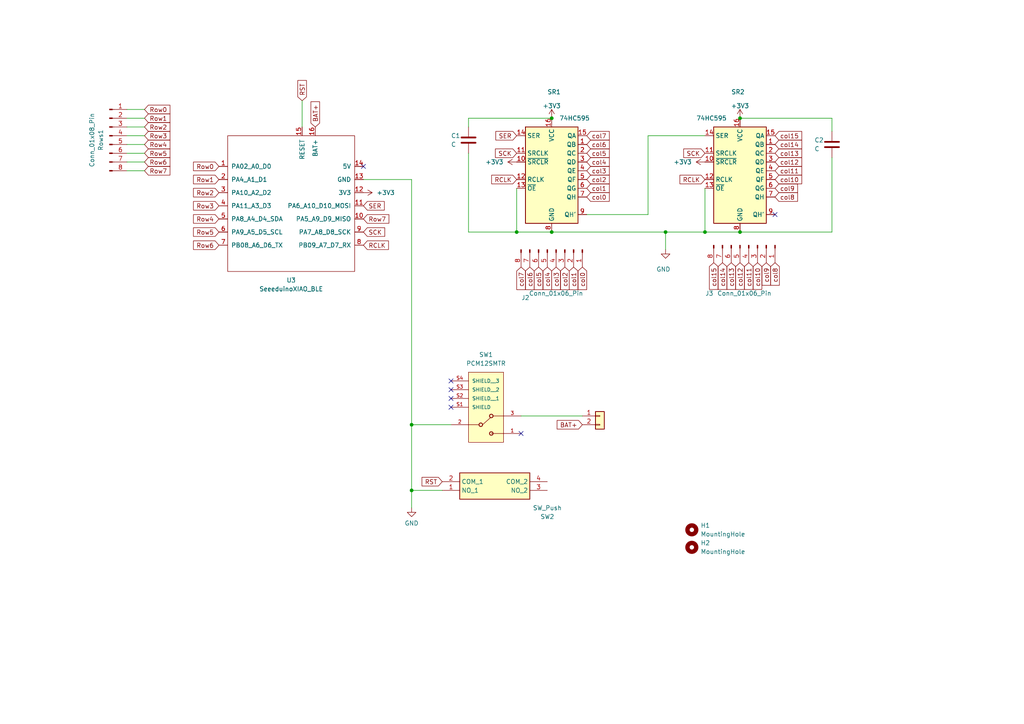
<source format=kicad_sch>
(kicad_sch (version 20230121) (generator eeschema)
  (paper "A4")
  (lib_symbols
    (symbol "74xx:74HC595"
      (property "Reference" "U" (at -7.62 13.97 0))
      (property "Value" "74HC595" (at -7.62 -16.51 0))
      (symbol "74HC595_1_0"
        (pin tri_state line (at 10.16 7.62 180) (length 2.54) (name "QB") (number "1"))
        (pin input line (at -10.16 2.54 0) (length 2.54) (name "~{SRCLR}") (number "10"))
        (pin input line (at -10.16 5.08 0) (length 2.54) (name "SRCLK") (number "11"))
        (pin input line (at -10.16 -2.54 0) (length 2.54) (name "RCLK") (number "12"))
        (pin input line (at -10.16 -5.08 0) (length 2.54) (name "~{OE}") (number "13"))
        (pin input line (at -10.16 10.16 0) (length 2.54) (name "SER") (number "14"))
        (pin tri_state line (at 10.16 10.16 180) (length 2.54) (name "QA") (number "15"))
        (pin power_in line (at 0 15.24 270) (length 2.54) (name "VCC") (number "16"))
        (pin tri_state line (at 10.16 5.08 180) (length 2.54) (name "QC") (number "2"))
        (pin tri_state line (at 10.16 2.54 180) (length 2.54) (name "QD") (number "3"))
        (pin tri_state line (at 10.16 0 180) (length 2.54) (name "QE") (number "4"))
        (pin tri_state line (at 10.16 -2.54 180) (length 2.54) (name "QF") (number "5"))
        (pin tri_state line (at 10.16 -5.08 180) (length 2.54) (name "QG") (number "6"))
        (pin tri_state line (at 10.16 -7.62 180) (length 2.54) (name "QH") (number "7"))
        (pin power_in line (at 0 -17.78 90) (length 2.54) (name "GND") (number "8"))
        (pin output line (at 10.16 -12.7 180) (length 2.54) (name "QH'") (number "9"))
      )
      (symbol "74HC595_1_1"
        (rectangle (start -7.62 12.7) (end 7.62 -15.24) (stroke (width 0.254)) (fill (type background)))
      )
    )
    (symbol "Connector:Conn_01x08_Pin" (pin_names (offset 1.016) hide)
      (property "Reference" "J" (at 0 10.16 0))
      (property "Value" "Conn_01x08_Pin" (at 0 -12.7 0))
      (symbol "Conn_01x08_Pin_1_1"
        (polyline (pts (xy 1.27 -10.16) (xy 0.8636 -10.16)) (stroke (width 0.1524)))
        (polyline (pts (xy 1.27 -7.62) (xy 0.8636 -7.62)) (stroke (width 0.1524)))
        (polyline (pts (xy 1.27 -5.08) (xy 0.8636 -5.08)) (stroke (width 0.1524)))
        (polyline (pts (xy 1.27 -2.54) (xy 0.8636 -2.54)) (stroke (width 0.1524)))
        (polyline (pts (xy 1.27 0) (xy 0.8636 0)) (stroke (width 0.1524)))
        (polyline (pts (xy 1.27 2.54) (xy 0.8636 2.54)) (stroke (width 0.1524)))
        (polyline (pts (xy 1.27 5.08) (xy 0.8636 5.08)) (stroke (width 0.1524)))
        (polyline (pts (xy 1.27 7.62) (xy 0.8636 7.62)) (stroke (width 0.1524)))
        (rectangle (start 0.8636 -10.033) (end 0 -10.287) (stroke (width 0.1524)) (fill (type outline)))
        (rectangle (start 0.8636 -7.493) (end 0 -7.747) (stroke (width 0.1524)) (fill (type outline)))
        (rectangle (start 0.8636 -4.953) (end 0 -5.207) (stroke (width 0.1524)) (fill (type outline)))
        (rectangle (start 0.8636 -2.413) (end 0 -2.667) (stroke (width 0.1524)) (fill (type outline)))
        (rectangle (start 0.8636 0.127) (end 0 -0.127) (stroke (width 0.1524)) (fill (type outline)))
        (rectangle (start 0.8636 2.667) (end 0 2.413) (stroke (width 0.1524)) (fill (type outline)))
        (rectangle (start 0.8636 5.207) (end 0 4.953) (stroke (width 0.1524)) (fill (type outline)))
        (rectangle (start 0.8636 7.747) (end 0 7.493) (stroke (width 0.1524)) (fill (type outline)))
        (pin passive line (at 5.08 7.62 180) (length 3.81) (name "Pin_1") (number "1"))
        (pin passive line (at 5.08 5.08 180) (length 3.81) (name "Pin_2") (number "2"))
        (pin passive line (at 5.08 2.54 180) (length 3.81) (name "Pin_3") (number "3"))
        (pin passive line (at 5.08 0 180) (length 3.81) (name "Pin_4") (number "4"))
        (pin passive line (at 5.08 -2.54 180) (length 3.81) (name "Pin_5") (number "5"))
        (pin passive line (at 5.08 -5.08 180) (length 3.81) (name "Pin_6") (number "6"))
        (pin passive line (at 5.08 -7.62 180) (length 3.81) (name "Pin_7") (number "7"))
        (pin passive line (at 5.08 -10.16 180) (length 3.81) (name "Pin_8") (number "8"))
      )
    )
    (symbol "Connector_Generic:Conn_01x02" (pin_names (offset 1.016) hide)
      (property "Reference" "J" (at 0 2.54 0))
      (property "Value" "Conn_01x02" (at 0 -5.08 0))
      (symbol "Conn_01x02_1_1"
        (rectangle (start -1.27 -2.413) (end 0 -2.667) (stroke (width 0.1524)))
        (rectangle (start -1.27 0.127) (end 0 -0.127) (stroke (width 0.1524)))
        (rectangle (start -1.27 1.27) (end 1.27 -3.81) (stroke (width 0.254)) (fill (type background)))
        (pin passive line (at -5.08 0 0) (length 3.81) (name "Pin_1") (number "1"))
        (pin passive line (at -5.08 -2.54 0) (length 3.81) (name "Pin_2") (number "2"))
      )
    )
    (symbol "Device:C" (pin_numbers hide) (pin_names (offset 0.254))
      (property "Reference" "C" (at 0.635 2.54 0))
      (property "Value" "C" (at 0.635 -2.54 0))
      (symbol "C_0_1"
        (polyline (pts (xy -2.032 -0.762) (xy 2.032 -0.762)) (stroke (width 0.508)))
        (polyline (pts (xy -2.032 0.762) (xy 2.032 0.762)) (stroke (width 0.508)))
      )
      (symbol "C_1_1"
        (pin passive line (at 0 3.81 270) (length 2.794) (name "~") (number "1"))
        (pin passive line (at 0 -3.81 90) (length 2.794) (name "~") (number "2"))
      )
    )
    (symbol "EVQ-PUC02K:EVQ-PUC02K"
      (property "Reference" "S" (at 26.67 7.62 0))
      (property "Value" "EVQ-PUC02K" (at 26.67 5.08 0))
      (symbol "EVQ-PUC02K_1_1"
        (rectangle (start 5.08 2.54) (end 25.4 -5.08) (stroke (width 0.254)) (fill (type background)))
        (pin passive line (at 30.48 0 180) (length 5.08) (name "NO_1") (number "1"))
        (pin passive line (at 30.48 -2.54 180) (length 5.08) (name "COM_1") (number "2"))
        (pin passive line (at 0 0 0) (length 5.08) (name "NO_2") (number "3"))
        (pin passive line (at 0 -2.54 0) (length 5.08) (name "COM_2") (number "4"))
      )
    )
    (symbol "Mechanical:MountingHole" (pin_names (offset 1.016))
      (property "Reference" "H" (at 0 5.08 0))
      (property "Value" "MountingHole" (at 0 3.175 0))
      (symbol "MountingHole_0_1"
        (circle (center 0 0) (radius 1.27) (stroke (width 1.27)))
      )
    )
    (symbol "PCM12SMTR:PCM12SMTR" (pin_names (offset 1.016))
      (property "Reference" "SW" (at -5.0844 5.3386 0))
      (property "Value" "PCM12SMTR" (at -5.1814 -17.2819 0))
      (symbol "PCM12SMTR_0_0"
        (rectangle (start -5.08 -15.24) (end 5.08 5.08) (stroke (width 0.1524)) (fill (type background)))
        (circle (center -1.524 -2.54) (radius 0.508) (stroke (width 0.254)))
        (circle (center -1.524 2.54) (radius 0.508) (stroke (width 0.254)))
        (polyline (pts (xy -5.08 -2.54) (xy -2.032 -2.54)) (stroke (width 0.1524)))
        (polyline (pts (xy -5.08 2.54) (xy -1.524 2.54)) (stroke (width 0.1524)))
        (polyline (pts (xy 1.016 0) (xy -1.27 -2.032)) (stroke (width 0.1524)))
        (polyline (pts (xy 2.032 0) (xy 5.08 0)) (stroke (width 0.1524)))
        (circle (center 1.524 0) (radius 0.508) (stroke (width 0.254)))
        (pin passive line (at -10.16 2.54 0) (length 5.08) (name "~") (number "1"))
        (pin passive line (at 10.16 0 180) (length 5.08) (name "~") (number "2"))
        (pin passive line (at -10.16 -2.54 0) (length 5.08) (name "~") (number "3"))
        (pin passive line (at 10.16 -5.08 180) (length 5.08) (name "SHIELD") (number "S1"))
        (pin passive line (at 10.16 -7.62 180) (length 5.08) (name "SHIELD__1") (number "S2"))
        (pin passive line (at 10.16 -10.16 180) (length 5.08) (name "SHIELD__2") (number "S3"))
        (pin passive line (at 10.16 -12.7 180) (length 5.08) (name "SHIELD__3") (number "S4"))
      )
    )
    (symbol "Seeeduino XIAO_BLE:SeeeduinoXIAO_BLE" (pin_names (offset 1.016))
      (property "Reference" "U1" (at -0.635 -23.8506 0))
      (property "Value" "SeeeduinoXIAO_BLE" (at -0.635 -26.162 0))
      (symbol "SeeeduinoXIAO_BLE_0_1"
        (rectangle (start -19.05 20.32) (end 17.78 -19.05))
      )
      (symbol "SeeeduinoXIAO_BLE_1_1"
        (pin bidirectional line (at -21.59 11.43 0) (length 2.54) (name "PA02_A0_D0") (number "1"))
        (pin bidirectional line (at 20.32 -3.81 180) (length 2.54) (name "PA5_A9_D9_MISO") (number "10"))
        (pin bidirectional line (at 20.32 0 180) (length 2.54) (name "PA6_A10_D10_MOSI") (number "11"))
        (pin power_out line (at 20.32 3.81 180) (length 2.54) (name "3V3") (number "12"))
        (pin power_out line (at 20.32 7.62 180) (length 2.54) (name "GND") (number "13"))
        (pin power_out line (at 20.32 11.43 180) (length 2.54) (name "5V") (number "14"))
        (pin input line (at 2.54 22.86 270) (length 2.54) (name "RESET") (number "15"))
        (pin power_in line (at 6.35 22.86 270) (length 2.54) (name "BAT+") (number "16"))
        (pin bidirectional line (at -21.59 7.62 0) (length 2.54) (name "PA4_A1_D1") (number "2"))
        (pin bidirectional line (at -21.59 3.81 0) (length 2.54) (name "PA10_A2_D2") (number "3"))
        (pin unspecified line (at -21.59 0 0) (length 2.54) (name "PA11_A3_D3") (number "4"))
        (pin bidirectional line (at -21.59 -3.81 0) (length 2.54) (name "PA8_A4_D4_SDA") (number "5"))
        (pin bidirectional line (at -21.59 -7.62 0) (length 2.54) (name "PA9_A5_D5_SCL") (number "6"))
        (pin bidirectional line (at -21.59 -11.43 0) (length 2.54) (name "PB08_A6_D6_TX") (number "7"))
        (pin bidirectional line (at 20.32 -11.43 180) (length 2.54) (name "PB09_A7_D7_RX") (number "8"))
        (pin bidirectional line (at 20.32 -7.62 180) (length 2.54) (name "PA7_A8_D8_SCK") (number "9"))
      )
    )
    (symbol "power:+3V3" (power) (pin_names (offset 0))
      (property "Value" "+3V3" (at 0 3.556 0))
      (symbol "+3V3_0_1"
        (polyline (pts (xy -0.762 1.27) (xy 0 2.54)))
        (polyline (pts (xy 0 0) (xy 0 2.54)))
        (polyline (pts (xy 0 2.54) (xy 0.762 1.27)))
      )
      (symbol "+3V3_1_1"
        (pin power_in line (at 0 0 90) (length 0) hide (name "+3V3") (number "1"))
      )
    )
    (symbol "power:GND" (power) (pin_names (offset 0))
      (property "Value" "GND" (at 0 -3.81 0))
      (symbol "GND_0_1"
        (polyline (pts (xy 0 0) (xy 0 -1.27) (xy 1.27 -1.27) (xy 0 -2.54) (xy -1.27 -1.27) (xy 0 -1.27)))
      )
      (symbol "GND_1_1"
        (pin power_in line (at 0 0 270) (length 0) hide (name "GND") (number "1"))
      )
    )
  )
  (junction (at 214.63 67.31))
  (junction (at 119.38 123.19))
  (junction (at 193.04 67.31))
  (junction (at 149.86 67.31))
  (junction (at 119.38 142.24))
  (junction (at 160.02 34.29))
  (junction (at 204.47 67.31))
  (junction (at 160.02 67.31))
  (junction (at 214.63 34.29))
  (no_connect (at 130.81 118.11))
  (no_connect (at 105.41 48.26))
  (no_connect (at 130.81 115.57))
  (no_connect (at 224.79 62.23))
  (no_connect (at 151.13 125.73))
  (no_connect (at 130.81 113.03))
  (no_connect (at 130.81 110.49))
  (wire (pts (xy 41.91 31.75) (xy 36.83 31.75)))
  (wire (pts (xy 119.38 123.19) (xy 130.81 123.19)))
  (wire (pts (xy 241.3 34.29) (xy 214.63 34.29)))
  (wire (pts (xy 204.47 67.31) (xy 214.63 67.31)))
  (wire (pts (xy 241.3 34.29) (xy 241.3 38.1)))
  (wire (pts (xy 170.18 62.23) (xy 187.96 62.23)))
  (wire (pts (xy 187.96 62.23) (xy 187.96 39.37)))
  (wire (pts (xy 204.47 54.61) (xy 204.47 67.31)))
  (wire (pts (xy 135.89 44.45) (xy 135.89 67.31)))
  (wire (pts (xy 135.89 34.29) (xy 135.89 36.83)))
  (wire (pts (xy 41.91 44.45) (xy 36.83 44.45)))
  (wire (pts (xy 193.04 67.31) (xy 193.04 72.39)))
  (wire (pts (xy 119.38 142.24) (xy 119.38 147.32)))
  (wire (pts (xy 41.91 49.53) (xy 36.83 49.53)))
  (wire (pts (xy 193.04 67.31) (xy 204.47 67.31)))
  (wire (pts (xy 160.02 34.29) (xy 135.89 34.29)))
  (wire (pts (xy 36.83 39.37) (xy 41.91 39.37)))
  (wire (pts (xy 187.96 39.37) (xy 204.47 39.37)))
  (wire (pts (xy 119.38 142.24) (xy 128.27 142.24)))
  (wire (pts (xy 41.91 36.83) (xy 36.83 36.83)))
  (wire (pts (xy 41.91 41.91) (xy 36.83 41.91)))
  (wire (pts (xy 87.63 29.21) (xy 87.63 36.83)))
  (wire (pts (xy 41.91 46.99) (xy 36.83 46.99)))
  (wire (pts (xy 119.38 123.19) (xy 119.38 142.24)))
  (wire (pts (xy 41.91 34.29) (xy 36.83 34.29)))
  (wire (pts (xy 151.13 120.65) (xy 168.91 120.65)))
  (wire (pts (xy 160.02 67.31) (xy 193.04 67.31)))
  (wire (pts (xy 241.3 67.31) (xy 214.63 67.31)))
  (wire (pts (xy 149.86 54.61) (xy 149.86 67.31)))
  (wire (pts (xy 119.38 52.07) (xy 105.41 52.07)))
  (wire (pts (xy 135.89 67.31) (xy 149.86 67.31)))
  (wire (pts (xy 149.86 67.31) (xy 160.02 67.31)))
  (wire (pts (xy 241.3 45.72) (xy 241.3 67.31)))
  (wire (pts (xy 119.38 52.07) (xy 119.38 123.19)))
  (global_label "RCLK" (shape input) (at 105.41 71.12 0) (property "Intersheetrefs" "${INTERSHEET_REFS}" (effects hide)))
  (global_label "Row1" (shape input) (at 41.91 34.29 0) (property "Intersheetrefs" "${INTERSHEET_REFS}" (effects hide)))
  (global_label "col10" (shape input) (at 219.71 76.2 270) (property "Intersheetrefs" "${INTERSHEET_REFS}" (effects hide)))
  (global_label "col1" (shape input) (at 170.18 54.61 0) (property "Intersheetrefs" "${INTERSHEET_REFS}" (effects hide)))
  (global_label "SCK" (shape input) (at 105.41 67.31 0) (property "Intersheetrefs" "${INTERSHEET_REFS}" (effects hide)))
  (global_label "col14" (shape input) (at 224.79 41.91 0) (property "Intersheetrefs" "${INTERSHEET_REFS}" (effects hide)))
  (global_label "col8" (shape input) (at 224.79 57.15 0) (property "Intersheetrefs" "${INTERSHEET_REFS}" (effects hide)))
  (global_label "SER" (shape input) (at 105.41 59.69 0) (property "Intersheetrefs" "${INTERSHEET_REFS}" (effects hide)))
  (global_label "col4" (shape input) (at 158.75 77.47 270) (property "Intersheetrefs" "${INTERSHEET_REFS}" (effects hide)))
  (global_label "col11" (shape input) (at 217.17 76.2 270) (property "Intersheetrefs" "${INTERSHEET_REFS}" (effects hide)))
  (global_label "col10" (shape input) (at 224.79 52.07 0) (property "Intersheetrefs" "${INTERSHEET_REFS}" (effects hide)))
  (global_label "SER" (shape input) (at 149.86 39.37 180) (property "Intersheetrefs" "${INTERSHEET_REFS}" (effects hide)))
  (global_label "RST" (shape input) (at 128.27 139.7 180) (property "Intersheetrefs" "${INTERSHEET_REFS}" (effects hide)))
  (global_label "Row2" (shape input) (at 41.91 36.83 0) (property "Intersheetrefs" "${INTERSHEET_REFS}" (effects hide)))
  (global_label "col3" (shape input) (at 170.18 49.53 0) (property "Intersheetrefs" "${INTERSHEET_REFS}" (effects hide)))
  (global_label "col9" (shape input) (at 222.25 76.2 270) (property "Intersheetrefs" "${INTERSHEET_REFS}" (effects hide)))
  (global_label "BAT+" (shape input) (at 168.91 123.19 180) (property "Intersheetrefs" "${INTERSHEET_REFS}" (effects hide)))
  (global_label "RST" (shape input) (at 87.63 29.21 90) (property "Intersheetrefs" "${INTERSHEET_REFS}" (effects hide)))
  (global_label "col9" (shape input) (at 224.79 54.61 0) (property "Intersheetrefs" "${INTERSHEET_REFS}" (effects hide)))
  (global_label "Row7" (shape input) (at 41.91 49.53 0) (property "Intersheetrefs" "${INTERSHEET_REFS}" (effects hide)))
  (global_label "col2" (shape input) (at 170.18 52.07 0) (property "Intersheetrefs" "${INTERSHEET_REFS}" (effects hide)))
  (global_label "Row6" (shape input) (at 41.91 46.99 0) (property "Intersheetrefs" "${INTERSHEET_REFS}" (effects hide)))
  (global_label "Row7" (shape input) (at 105.41 63.5 0) (property "Intersheetrefs" "${INTERSHEET_REFS}" (effects hide)))
  (global_label "col11" (shape input) (at 224.79 49.53 0) (property "Intersheetrefs" "${INTERSHEET_REFS}" (effects hide)))
  (global_label "col2" (shape input) (at 163.83 77.47 270) (property "Intersheetrefs" "${INTERSHEET_REFS}" (effects hide)))
  (global_label "Row3" (shape input) (at 63.5 59.69 180) (property "Intersheetrefs" "${INTERSHEET_REFS}" (effects hide)))
  (global_label "col5" (shape input) (at 170.18 44.45 0) (property "Intersheetrefs" "${INTERSHEET_REFS}" (effects hide)))
  (global_label "col6" (shape input) (at 153.67 77.47 270) (property "Intersheetrefs" "${INTERSHEET_REFS}" (effects hide)))
  (global_label "Row3" (shape input) (at 41.91 39.37 0) (property "Intersheetrefs" "${INTERSHEET_REFS}" (effects hide)))
  (global_label "Row0" (shape input) (at 63.5 48.26 180) (property "Intersheetrefs" "${INTERSHEET_REFS}" (effects hide)))
  (global_label "col7" (shape input) (at 151.13 77.47 270) (property "Intersheetrefs" "${INTERSHEET_REFS}" (effects hide)))
  (global_label "RCLK" (shape input) (at 204.47 52.07 180) (property "Intersheetrefs" "${INTERSHEET_REFS}" (effects hide)))
  (global_label "Row1" (shape input) (at 63.5 52.07 180) (property "Intersheetrefs" "${INTERSHEET_REFS}" (effects hide)))
  (global_label "col1" (shape input) (at 166.37 77.47 270) (property "Intersheetrefs" "${INTERSHEET_REFS}" (effects hide)))
  (global_label "Row5" (shape input) (at 41.91 44.45 0) (property "Intersheetrefs" "${INTERSHEET_REFS}" (effects hide)))
  (global_label "col13" (shape input) (at 212.09 76.2 270) (property "Intersheetrefs" "${INTERSHEET_REFS}" (effects hide)))
  (global_label "Row4" (shape input) (at 41.91 41.91 0) (property "Intersheetrefs" "${INTERSHEET_REFS}" (effects hide)))
  (global_label "SCK" (shape input) (at 204.47 44.45 180) (property "Intersheetrefs" "${INTERSHEET_REFS}" (effects hide)))
  (global_label "col15" (shape input) (at 207.01 76.2 270) (property "Intersheetrefs" "${INTERSHEET_REFS}" (effects hide)))
  (global_label "col0" (shape input) (at 168.91 77.47 270) (property "Intersheetrefs" "${INTERSHEET_REFS}" (effects hide)))
  (global_label "BAT+" (shape input) (at 91.44 36.83 90) (property "Intersheetrefs" "${INTERSHEET_REFS}" (effects hide)))
  (global_label "col12" (shape input) (at 214.63 76.2 270) (property "Intersheetrefs" "${INTERSHEET_REFS}" (effects hide)))
  (global_label "Row0" (shape input) (at 41.91 31.75 0) (property "Intersheetrefs" "${INTERSHEET_REFS}" (effects hide)))
  (global_label "col13" (shape input) (at 224.79 44.45 0) (property "Intersheetrefs" "${INTERSHEET_REFS}" (effects hide)))
  (global_label "col5" (shape input) (at 156.21 77.47 270) (property "Intersheetrefs" "${INTERSHEET_REFS}" (effects hide)))
  (global_label "Row5" (shape input) (at 63.5 67.31 180) (property "Intersheetrefs" "${INTERSHEET_REFS}" (effects hide)))
  (global_label "col7" (shape input) (at 170.18 39.37 0) (property "Intersheetrefs" "${INTERSHEET_REFS}" (effects hide)))
  (global_label "col4" (shape input) (at 170.18 46.99 0) (property "Intersheetrefs" "${INTERSHEET_REFS}" (effects hide)))
  (global_label "Row6" (shape input) (at 63.5 71.12 180) (property "Intersheetrefs" "${INTERSHEET_REFS}" (effects hide)))
  (global_label "SCK" (shape input) (at 149.86 44.45 180) (property "Intersheetrefs" "${INTERSHEET_REFS}" (effects hide)))
  (global_label "RCLK" (shape input) (at 149.86 52.07 180) (property "Intersheetrefs" "${INTERSHEET_REFS}" (effects hide)))
  (global_label "col0" (shape input) (at 170.18 57.15 0) (property "Intersheetrefs" "${INTERSHEET_REFS}" (effects hide)))
  (global_label "col15" (shape input) (at 224.79 39.37 0) (property "Intersheetrefs" "${INTERSHEET_REFS}" (effects hide)))
  (global_label "col14" (shape input) (at 209.55 76.2 270) (property "Intersheetrefs" "${INTERSHEET_REFS}" (effects hide)))
  (global_label "col8" (shape input) (at 224.79 76.2 270) (property "Intersheetrefs" "${INTERSHEET_REFS}" (effects hide)))
  (global_label "col12" (shape input) (at 224.79 46.99 0) (property "Intersheetrefs" "${INTERSHEET_REFS}" (effects hide)))
  (global_label "col6" (shape input) (at 170.18 41.91 0) (property "Intersheetrefs" "${INTERSHEET_REFS}" (effects hide)))
  (global_label "col3" (shape input) (at 161.29 77.47 270) (property "Intersheetrefs" "${INTERSHEET_REFS}" (effects hide)))
  (global_label "Row4" (shape input) (at 63.5 63.5 180) (property "Intersheetrefs" "${INTERSHEET_REFS}" (effects hide)))
  (global_label "Row2" (shape input) (at 63.5 55.88 180) (property "Intersheetrefs" "${INTERSHEET_REFS}" (effects hide)))
  (symbol (lib_id "power:+3V3") (at 214.63 34.29 0) (unit 1)
    (property "Reference" "#PWR08" (effects hide))
    (property "Value" "+3V3" (at 214.63 30.7142 0))
  )
  (symbol (lib_id "Device:C") (at 241.3 41.91 0) (unit 1)
    (property "Reference" "C2" (at 236.22 40.64 0) (effects (justify left)))
    (property "Value" "C" (at 236.22 43.18 0) (effects (justify left)))
    (property "Footprint" "Capacitor_SMD:C_1812_4532Metric_Pad1.57x3.40mm_HandSolder" (effects hide))
  )
  (symbol (lib_id "Connector_Generic:Conn_01x02") (at 173.99 120.65 0) (unit 1)
    (property "Reference" "J1" (effects hide))
    (property "Value" "Conn_01x02" (effects hide))
    (property "Footprint" "Connector_JST:JST_SH_BM02B-SRSS-TB_1x02-1MP_P1.00mm_Vertical" (effects hide))
  )
  (symbol (lib_id "Connector:Conn_01x08_Pin") (at 217.17 71.12 270) (unit 1)
    (property "Reference" "J3" (at 205.74 85.09 90))
    (property "Value" "Conn_01x06_Pin" (at 215.9 85.09 90))
    (property "Footprint" "Connector_PinHeader_2.00mm:PinHeader_1x08_P2.00mm_Vertical" (effects hide))
  )
  (symbol (lib_id "Mechanical:MountingHole") (at 200.66 153.67 0) (unit 1)
    (property "Reference" "H1" (at 203.2 152.4 0) (effects (justify left)))
    (property "Value" "MountingHole" (at 203.2 154.94 0) (effects (justify left)))
    (property "Footprint" "MountingHole:MountingHole_3mm_Pad_TopOnly" (effects hide))
  )
  (symbol (lib_id "74xx:74HC595") (at 214.63 49.53 0) (unit 1)
    (property "Reference" "SR2" (at 212.09 26.67 0) (effects (justify left)))
    (property "Value" "74HC595" (at 201.93 34.29 0) (effects (justify left)))
    (property "Footprint" "CD74HC595E:DIP794W45P254L1969H508Q16" (effects hide))
    (property "Datasheet" "http://www.ti.com/lit/ds/symlink/sn74hc595.pdf" (effects hide))
    (property "LCSC Part Number" "C10092" (effects hide))
  )
  (symbol (lib_id "Connector:Conn_01x08_Pin") (at 31.75 39.37 0) (unit 1)
    (property "Reference" "Rows1" (at 29.21 40.64 90))
    (property "Value" "Conn_01x08_Pin" (at 26.67 40.64 90))
    (property "Footprint" "Connector_PinHeader_2.00mm:PinHeader_1x08_P2.00mm_Vertical" (effects hide))
  )
  (symbol (lib_id "Seeeduino XIAO_BLE:SeeeduinoXIAO_BLE") (at 85.09 59.69 0) (unit 1)
    (property "Reference" "U3" (at 84.455 81.28 0))
    (property "Value" "SeeeduinoXIAO_BLE" (at 84.455 83.82 0))
    (property "Footprint" "zaphod:SeeeduinoXIAO-2.54-21X17.8MM" (effects hide))
  )
  (symbol (lib_id "power:+3V3") (at 149.86 46.99 90) (unit 1)
    (property "Reference" "#PWR01" (effects hide))
    (property "Value" "+3V3" (at 146.05 46.99 90) (effects (justify left)))
  )
  (symbol (lib_id "power:+3V3") (at 105.41 55.88 270) (unit 1)
    (property "Reference" "#PWR04" (effects hide))
    (property "Value" "+3V3" (at 109.22 55.88 90) (effects (justify left)))
  )
  (symbol (lib_id "Connector:Conn_01x08_Pin") (at 161.29 72.39 270) (unit 1)
    (property "Reference" "J2" (at 152.4 86.36 90))
    (property "Value" "Conn_01x06_Pin" (at 161.29 85.09 90))
    (property "Footprint" "Connector_PinHeader_2.00mm:PinHeader_1x08_P2.00mm_Vertical" (effects hide))
  )
  (symbol (lib_id "power:GND") (at 193.04 72.39 0) (unit 1)
    (property "Reference" "#PWR02" (effects hide))
    (property "Value" "GND" (at 192.405 78.105 0))
  )
  (symbol (lib_id "74xx:74HC595") (at 160.02 49.53 0) (unit 1)
    (property "Reference" "SR1" (at 158.75 26.67 0) (effects (justify left)))
    (property "Value" "74HC595" (at 162.2141 34.29 0) (effects (justify left)))
    (property "Footprint" "CD74HC595E:DIP794W45P254L1969H508Q16" (effects hide))
    (property "Datasheet" "http://www.ti.com/lit/ds/symlink/sn74hc595.pdf" (effects hide))
    (property "LCSC Part Number" "C10092" (effects hide))
  )
  (symbol (lib_id "power:+3V3") (at 204.47 46.99 90) (unit 1)
    (property "Reference" "#PWR05" (effects hide))
    (property "Value" "+3V3" (at 200.66 46.99 90) (effects (justify left)))
  )
  (symbol (lib_id "PCM12SMTR:PCM12SMTR") (at 140.97 123.19 180) (unit 1)
    (property "Reference" "SW1" (at 140.97 102.87 0))
    (property "Value" "PCM12SMTR" (at 140.97 105.41 0))
    (property "Footprint" "PCM12SMTR:SW_PCM12SMTR" (effects hide))
    (property "STANDARD" "Manufacturer Recommendation" (effects hide))
    (property "MANUFACTURER" "C&K" (effects hide))
  )
  (symbol (lib_id "power:GND") (at 119.38 147.32 0) (unit 1)
    (property "Reference" "#PWR06" (effects hide))
    (property "Value" "GND" (at 119.38 151.765 0))
  )
  (symbol (lib_id "Device:C") (at 135.89 40.64 0) (unit 1)
    (property "Reference" "C1" (at 130.81 39.37 0) (effects (justify left)))
    (property "Value" "C" (at 130.81 41.91 0) (effects (justify left)))
    (property "Footprint" "Capacitor_SMD:C_1812_4532Metric_Pad1.57x3.40mm_HandSolder" (effects hide))
  )
  (symbol (lib_id "power:+3V3") (at 160.02 34.29 0) (unit 1)
    (property "Reference" "#PWR03" (effects hide))
    (property "Value" "+3V3" (at 160.02 30.7142 0))
  )
  (symbol (lib_id "EVQ-PUC02K:EVQ-PUC02K") (at 158.75 142.24 180) (unit 1)
    (property "Reference" "SW2" (at 158.75 149.86 0))
    (property "Value" "SW_Push" (at 158.75 147.32 0))
    (property "Footprint" "zaphod:EVQPUC02K" (effects hide))
    (property "Datasheet" "https://www3.panasonic.biz/ac/cdn/e/control/switch/light-touch/catalog/sw_lt_eng_smalls_side.pdf" (effects hide))
    (property "Height" "1.95" (effects hide))
    (property "Mouser Part Number" "667-EVQ-PUC02K" (effects hide))
    (property "Mouser Price/Stock" "https://www.mouser.co.uk/ProductDetail/Panasonic/EVQ-PUC02K?qs=whhzBCqEXCul2KyreRT2SA%3D%3D" (effects hide))
    (property "Manufacturer_Name" "Panasonic" (effects hide))
    (property "Manufacturer_Part_Number" "EVQ-PUC02K" (effects hide))
  )
  (symbol (lib_id "Mechanical:MountingHole") (at 200.66 158.75 0) (unit 1)
    (property "Reference" "H2" (at 203.2 157.48 0) (effects (justify left)))
    (property "Value" "MountingHole" (at 203.2 160.02 0) (effects (justify left)))
    (property "Footprint" "MountingHole:MountingHole_3mm_Pad_TopOnly" (effects hide))
  )
)
</source>
